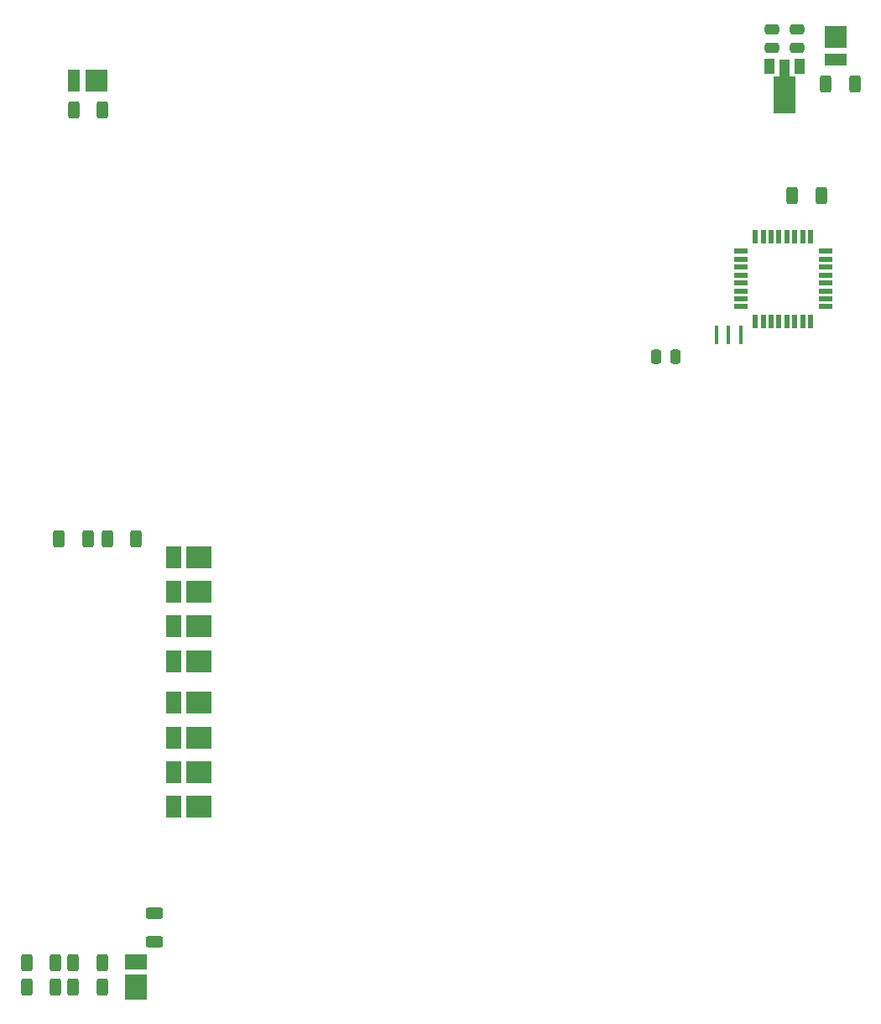
<source format=gbr>
%TF.GenerationSoftware,KiCad,Pcbnew,(6.0.5)*%
%TF.CreationDate,2023-08-07T17:40:20+03:00*%
%TF.ProjectId,JLC3,4a4c4333-2e6b-4696-9361-645f70636258,rev?*%
%TF.SameCoordinates,Original*%
%TF.FileFunction,Paste,Top*%
%TF.FilePolarity,Positive*%
%FSLAX46Y46*%
G04 Gerber Fmt 4.6, Leading zero omitted, Abs format (unit mm)*
G04 Created by KiCad (PCBNEW (6.0.5)) date 2023-08-07 17:40:20*
%MOMM*%
%LPD*%
G01*
G04 APERTURE LIST*
G04 Aperture macros list*
%AMRoundRect*
0 Rectangle with rounded corners*
0 $1 Rounding radius*
0 $2 $3 $4 $5 $6 $7 $8 $9 X,Y pos of 4 corners*
0 Add a 4 corners polygon primitive as box body*
4,1,4,$2,$3,$4,$5,$6,$7,$8,$9,$2,$3,0*
0 Add four circle primitives for the rounded corners*
1,1,$1+$1,$2,$3*
1,1,$1+$1,$4,$5*
1,1,$1+$1,$6,$7*
1,1,$1+$1,$8,$9*
0 Add four rect primitives between the rounded corners*
20,1,$1+$1,$2,$3,$4,$5,0*
20,1,$1+$1,$4,$5,$6,$7,0*
20,1,$1+$1,$6,$7,$8,$9,0*
20,1,$1+$1,$8,$9,$2,$3,0*%
G04 Aperture macros list end*
%ADD10RoundRect,0.250000X-0.312500X-0.625000X0.312500X-0.625000X0.312500X0.625000X-0.312500X0.625000X0*%
%ADD11R,1.550000X2.200000*%
%ADD12R,2.500000X2.200000*%
%ADD13R,0.400000X1.900000*%
%ADD14RoundRect,0.250000X0.475000X-0.250000X0.475000X0.250000X-0.475000X0.250000X-0.475000X-0.250000X0*%
%ADD15R,1.000000X1.500000*%
%ADD16R,1.000000X1.800000*%
%ADD17R,2.200000X3.700000*%
%ADD18R,1.422400X0.508000*%
%ADD19R,0.508000X1.422400*%
%ADD20R,2.200000X2.200000*%
%ADD21R,2.200000X1.250000*%
%ADD22RoundRect,0.250000X-0.250000X-0.475000X0.250000X-0.475000X0.250000X0.475000X-0.250000X0.475000X0*%
%ADD23RoundRect,0.250000X0.312500X0.625000X-0.312500X0.625000X-0.312500X-0.625000X0.312500X-0.625000X0*%
%ADD24R,2.200000X1.550000*%
%ADD25R,2.200000X2.500000*%
%ADD26R,1.250000X2.200000*%
%ADD27RoundRect,0.250000X0.625000X-0.312500X0.625000X0.312500X-0.625000X0.312500X-0.625000X-0.312500X0*%
G04 APERTURE END LIST*
D10*
%TO.C,100nF*%
X69507500Y-82722500D03*
X72432500Y-82722500D03*
%TD*%
%TO.C,1K*%
X69009643Y-127974546D03*
X66084643Y-127974546D03*
%TD*%
%TO.C,10nF*%
X64289643Y-125494546D03*
X61364643Y-125494546D03*
%TD*%
%TO.C,REF\u002A\u002A*%
X66127500Y-39470000D03*
X69052500Y-39470000D03*
%TD*%
D11*
%TO.C,REF\u002A\u002A*%
X76205000Y-102770000D03*
D12*
X78780000Y-102770000D03*
%TD*%
D11*
%TO.C,REF\u002A\u002A*%
X76205000Y-88070000D03*
D12*
X78780000Y-88070000D03*
%TD*%
D11*
%TO.C,REF\u002A\u002A*%
X76205000Y-91570000D03*
D12*
X78780000Y-91570000D03*
%TD*%
D13*
%TO.C,Y1*%
X131012893Y-62192893D03*
X132212893Y-62192893D03*
X133412893Y-62192893D03*
%TD*%
D14*
%TO.C,C1*%
X136592893Y-33242893D03*
X136592893Y-31342893D03*
%TD*%
D15*
%TO.C,U2*%
X139362893Y-35052893D03*
D16*
X137862893Y-35202893D03*
D17*
X137862893Y-37952893D03*
D15*
X136362893Y-35052893D03*
%TD*%
D18*
%TO.C,U1*%
X133422093Y-53722893D03*
X133422093Y-54522891D03*
X133422093Y-55322892D03*
X133422093Y-56122893D03*
X133422093Y-56922891D03*
X133422093Y-57722892D03*
X133422093Y-58522891D03*
X133422093Y-59322891D03*
D19*
X134889294Y-60790092D03*
X135689292Y-60790092D03*
X136489293Y-60790092D03*
X137289294Y-60790092D03*
X138089292Y-60790092D03*
X138889293Y-60790092D03*
X139689292Y-60790092D03*
X140489292Y-60790092D03*
D18*
X141956493Y-59322891D03*
X141956493Y-58522893D03*
X141956493Y-57722892D03*
X141956493Y-56922891D03*
X141956493Y-56122893D03*
X141956493Y-55322892D03*
X141956493Y-54522893D03*
X141956493Y-53722893D03*
D19*
X140489292Y-52255692D03*
X139689294Y-52255692D03*
X138889293Y-52255692D03*
X138089292Y-52255692D03*
X137289294Y-52255692D03*
X136489293Y-52255692D03*
X135689294Y-52255692D03*
X134889294Y-52255692D03*
%TD*%
D20*
%TO.C,D1*%
X143002893Y-32082893D03*
D21*
X143002893Y-34357893D03*
%TD*%
D22*
%TO.C,C3*%
X124902893Y-64372893D03*
X126802893Y-64372893D03*
%TD*%
D10*
%TO.C,R1*%
X138640393Y-48132893D03*
X141565393Y-48132893D03*
%TD*%
D14*
%TO.C,C2*%
X139122893Y-33242893D03*
X139122893Y-31342893D03*
%TD*%
D23*
%TO.C,R2*%
X144945393Y-36882893D03*
X142020393Y-36882893D03*
%TD*%
D24*
%TO.C,CLK*%
X72367143Y-125389546D03*
D25*
X72367143Y-127964546D03*
%TD*%
D11*
%TO.C,REF\u002A\u002A*%
X76205000Y-106270000D03*
D12*
X78780000Y-106270000D03*
%TD*%
D10*
%TO.C,10k*%
X67542500Y-82750000D03*
X64617500Y-82750000D03*
%TD*%
D20*
%TO.C,REF\u002A\u002A*%
X68402500Y-36487500D03*
D26*
X66127500Y-36487500D03*
%TD*%
D10*
%TO.C,100K*%
X69009643Y-125484546D03*
X66084643Y-125484546D03*
%TD*%
D27*
%TO.C,1K*%
X74287143Y-120472046D03*
X74287143Y-123397046D03*
%TD*%
D11*
%TO.C,REF\u002A\u002A*%
X76205000Y-99270000D03*
D12*
X78780000Y-99270000D03*
%TD*%
D11*
%TO.C,REF\u002A\u002A*%
X76205000Y-84570000D03*
D12*
X78780000Y-84570000D03*
%TD*%
D11*
%TO.C,REF\u002A\u002A*%
X76205000Y-109770000D03*
D12*
X78780000Y-109770000D03*
%TD*%
D10*
%TO.C,10nF*%
X64289643Y-127964546D03*
X61364643Y-127964546D03*
%TD*%
D11*
%TO.C,REF\u002A\u002A*%
X76205000Y-95070000D03*
D12*
X78780000Y-95070000D03*
%TD*%
M02*

</source>
